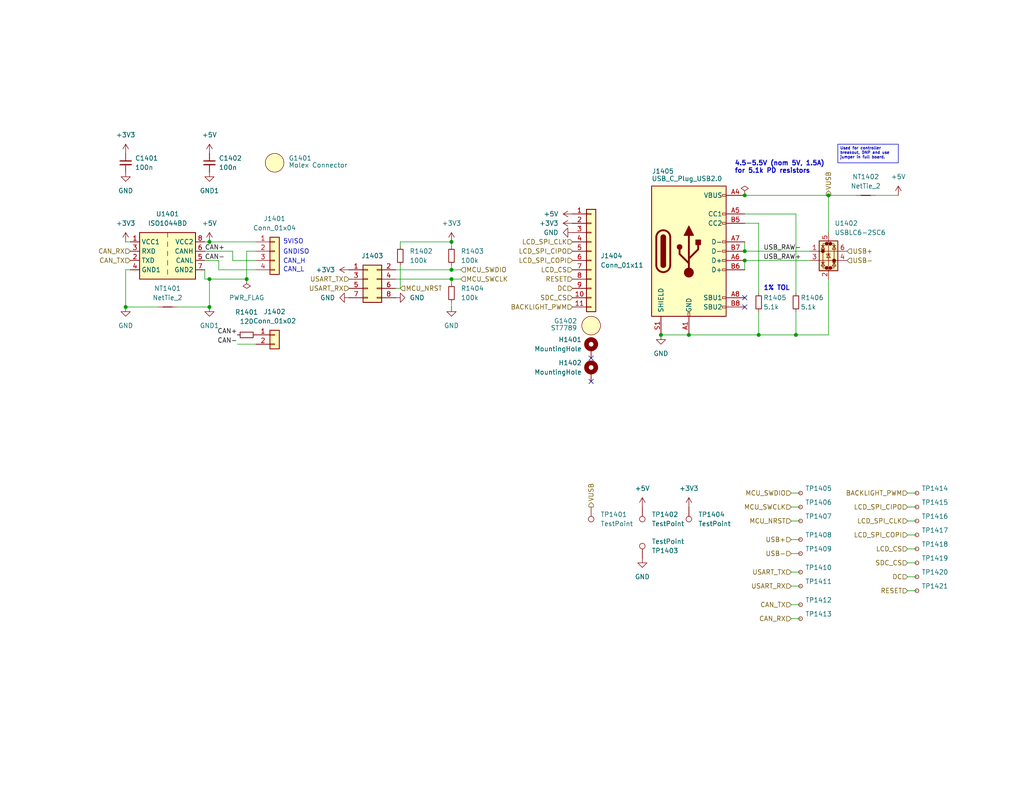
<source format=kicad_sch>
(kicad_sch (version 20231120) (generator "eeschema") (generator_version "8.0")
  (paper "USLetter")
  (title_block (title "Communication Interfaces") (date "2024-08-31") (rev "v0.1.0rc") (comment 1 "Matthew Yu") (comment 2 "Jacob Pustilnik"))
  (lib_symbols
    (symbol "Connector:TestPoint" (pin_numbers hide) (pin_names (offset 0.762) hide)
      (property "Reference" "TP" (at 0 6.858 0))
      (property "Value" "TestPoint" (at 0 5.08 0))
      (symbol "TestPoint_0_1"
        (circle (center 0 3.302) (radius 0.762))
      )
      (symbol "TestPoint_1_1"
        (pin passive line (at 0 0 90) (length 2.54) (name "1") (number "1"))
      )
    )
    (symbol "Connector:TestPoint_Small" (pin_numbers hide) (pin_names (offset 0.762) hide)
      (property "Reference" "TP" (at 0 3.81 0))
      (property "Value" "TestPoint_Small" (at 0 2.032 0))
      (symbol "TestPoint_Small_0_1"
        (circle (center 0 0) (radius 0.508))
      )
      (symbol "TestPoint_Small_1_1"
        (pin passive line (at 0 0 90) (length 0) (name "1") (number "1"))
      )
    )
    (symbol "Connector:USB_C_Receptacle_USB2.0_16P" (pin_names (offset 1.016))
      (property "Reference" "J" (at 0 22.225 0))
      (property "Value" "USB_C_Receptacle_USB2.0_16P" (at 0 19.685 0))
      (symbol "USB_C_Receptacle_USB2.0_16P_0_0"
        (rectangle (start -0.254 -17.78) (end 0.254 -16.764))
        (rectangle (start 10.16 -14.986) (end 9.144 -15.494))
        (rectangle (start 10.16 -12.446) (end 9.144 -12.954))
        (rectangle (start 10.16 -4.826) (end 9.144 -5.334))
        (rectangle (start 10.16 -2.286) (end 9.144 -2.794))
        (rectangle (start 10.16 0.254) (end 9.144 -0.254))
        (rectangle (start 10.16 2.794) (end 9.144 2.286))
        (rectangle (start 10.16 7.874) (end 9.144 7.366))
        (rectangle (start 10.16 10.414) (end 9.144 9.906))
        (rectangle (start 10.16 15.494) (end 9.144 14.986))
      )
      (symbol "USB_C_Receptacle_USB2.0_16P_0_1"
        (rectangle (start -10.16 17.78) (end 10.16 -17.78) (stroke (width 0.254)) (fill (type background)))
        (arc (start -8.89 -3.81) (mid -6.985 -5.7067) (end -5.08 -3.81) (stroke (width 0.508)))
        (arc (start -7.62 -3.81) (mid -6.985 -4.4423) (end -6.35 -3.81) (stroke (width 0.254)))
        (arc (start -7.62 -3.81) (mid -6.985 -4.4423) (end -6.35 -3.81) (stroke (width 0.254)) (fill (type outline)))
        (rectangle (start -7.62 -3.81) (end -6.35 3.81) (stroke (width 0.254)) (fill (type outline)))
        (arc (start -6.35 3.81) (mid -6.985 4.4423) (end -7.62 3.81) (stroke (width 0.254)))
        (arc (start -6.35 3.81) (mid -6.985 4.4423) (end -7.62 3.81) (stroke (width 0.254)) (fill (type outline)))
        (arc (start -5.08 3.81) (mid -6.985 5.7067) (end -8.89 3.81) (stroke (width 0.508)))
        (circle (center -2.54 1.143) (radius 0.635) (stroke (width 0.254)) (fill (type outline)))
        (circle (center 0 -5.842) (radius 1.27) (fill (type outline)))
        (polyline (pts (xy -8.89 -3.81) (xy -8.89 3.81)) (stroke (width 0.508)))
        (polyline (pts (xy -5.08 3.81) (xy -5.08 -3.81)) (stroke (width 0.508)))
        (polyline (pts (xy 0 -5.842) (xy 0 4.318)) (stroke (width 0.508)))
        (polyline (pts (xy 0 -3.302) (xy -2.54 -0.762) (xy -2.54 0.508)) (stroke (width 0.508)))
        (polyline (pts (xy 0 -2.032) (xy 2.54 0.508) (xy 2.54 1.778)) (stroke (width 0.508)))
        (polyline (pts (xy -1.27 4.318) (xy 0 6.858) (xy 1.27 4.318) (xy -1.27 4.318)) (stroke (width 0.254)) (fill (type outline)))
        (rectangle (start 1.905 1.778) (end 3.175 3.048) (stroke (width 0.254)) (fill (type outline)))
      )
      (symbol "USB_C_Receptacle_USB2.0_16P_1_1"
        (pin passive line (at 0 -22.86 90) (length 5.08) (name "GND") (number "A1"))
        (pin passive line (at 0 -22.86 90) (length 5.08) hide (name "GND") (number "A12"))
        (pin passive line (at 15.24 15.24 180) (length 5.08) (name "VBUS") (number "A4"))
        (pin bidirectional line (at 15.24 10.16 180) (length 5.08) (name "CC1") (number "A5"))
        (pin bidirectional line (at 15.24 -2.54 180) (length 5.08) (name "D+") (number "A6"))
        (pin bidirectional line (at 15.24 2.54 180) (length 5.08) (name "D-") (number "A7"))
        (pin bidirectional line (at 15.24 -12.7 180) (length 5.08) (name "SBU1") (number "A8"))
        (pin passive line (at 15.24 15.24 180) (length 5.08) hide (name "VBUS") (number "A9"))
        (pin passive line (at 0 -22.86 90) (length 5.08) hide (name "GND") (number "B1"))
        (pin passive line (at 0 -22.86 90) (length 5.08) hide (name "GND") (number "B12"))
        (pin passive line (at 15.24 15.24 180) (length 5.08) hide (name "VBUS") (number "B4"))
        (pin bidirectional line (at 15.24 7.62 180) (length 5.08) (name "CC2") (number "B5"))
        (pin bidirectional line (at 15.24 -5.08 180) (length 5.08) (name "D+") (number "B6"))
        (pin bidirectional line (at 15.24 0 180) (length 5.08) (name "D-") (number "B7"))
        (pin bidirectional line (at 15.24 -15.24 180) (length 5.08) (name "SBU2") (number "B8"))
        (pin passive line (at 15.24 15.24 180) (length 5.08) hide (name "VBUS") (number "B9"))
        (pin passive line (at -7.62 -22.86 90) (length 5.08) (name "SHIELD") (number "S1"))
      )
    )
    (symbol "Connector_Generic:Conn_01x02" (pin_names (offset 1.016) hide)
      (property "Reference" "J" (at 0 2.54 0))
      (property "Value" "Conn_01x02" (at 0 -5.08 0))
      (symbol "Conn_01x02_1_1"
        (rectangle (start -1.27 -2.413) (end 0 -2.667) (stroke (width 0.1524)))
        (rectangle (start -1.27 0.127) (end 0 -0.127) (stroke (width 0.1524)))
        (rectangle (start -1.27 1.27) (end 1.27 -3.81) (stroke (width 0.254)) (fill (type background)))
        (pin passive line (at -5.08 0 0) (length 3.81) (name "Pin_1") (number "1"))
        (pin passive line (at -5.08 -2.54 0) (length 3.81) (name "Pin_2") (number "2"))
      )
    )
    (symbol "Connector_Generic:Conn_01x04" (pin_names (offset 1.016) hide)
      (property "Reference" "J" (at 0 5.08 0))
      (property "Value" "Conn_01x04" (at 0 -7.62 0))
      (symbol "Conn_01x04_1_1"
        (rectangle (start -1.27 -4.953) (end 0 -5.207) (stroke (width 0.1524)))
        (rectangle (start -1.27 -2.413) (end 0 -2.667) (stroke (width 0.1524)))
        (rectangle (start -1.27 0.127) (end 0 -0.127) (stroke (width 0.1524)))
        (rectangle (start -1.27 2.667) (end 0 2.413) (stroke (width 0.1524)))
        (rectangle (start -1.27 3.81) (end 1.27 -6.35) (stroke (width 0.254)) (fill (type background)))
        (pin passive line (at -5.08 2.54 0) (length 3.81) (name "Pin_1") (number "1"))
        (pin passive line (at -5.08 0 0) (length 3.81) (name "Pin_2") (number "2"))
        (pin passive line (at -5.08 -2.54 0) (length 3.81) (name "Pin_3") (number "3"))
        (pin passive line (at -5.08 -5.08 0) (length 3.81) (name "Pin_4") (number "4"))
      )
    )
    (symbol "Connector_Generic:Conn_01x11" (pin_names (offset 1.016) hide)
      (property "Reference" "J" (at 0 15.24 0))
      (property "Value" "Conn_01x11" (at 0 -15.24 0))
      (symbol "Conn_01x11_1_1"
        (rectangle (start -1.27 -12.573) (end 0 -12.827) (stroke (width 0.1524)))
        (rectangle (start -1.27 -10.033) (end 0 -10.287) (stroke (width 0.1524)))
        (rectangle (start -1.27 -7.493) (end 0 -7.747) (stroke (width 0.1524)))
        (rectangle (start -1.27 -4.953) (end 0 -5.207) (stroke (width 0.1524)))
        (rectangle (start -1.27 -2.413) (end 0 -2.667) (stroke (width 0.1524)))
        (rectangle (start -1.27 0.127) (end 0 -0.127) (stroke (width 0.1524)))
        (rectangle (start -1.27 2.667) (end 0 2.413) (stroke (width 0.1524)))
        (rectangle (start -1.27 5.207) (end 0 4.953) (stroke (width 0.1524)))
        (rectangle (start -1.27 7.747) (end 0 7.493) (stroke (width 0.1524)))
        (rectangle (start -1.27 10.287) (end 0 10.033) (stroke (width 0.1524)))
        (rectangle (start -1.27 12.827) (end 0 12.573) (stroke (width 0.1524)))
        (rectangle (start -1.27 13.97) (end 1.27 -13.97) (stroke (width 0.254)) (fill (type background)))
        (pin passive line (at -5.08 12.7 0) (length 3.81) (name "Pin_1") (number "1"))
        (pin passive line (at -5.08 -10.16 0) (length 3.81) (name "Pin_10") (number "10"))
        (pin passive line (at -5.08 -12.7 0) (length 3.81) (name "Pin_11") (number "11"))
        (pin passive line (at -5.08 10.16 0) (length 3.81) (name "Pin_2") (number "2"))
        (pin passive line (at -5.08 7.62 0) (length 3.81) (name "Pin_3") (number "3"))
        (pin passive line (at -5.08 5.08 0) (length 3.81) (name "Pin_4") (number "4"))
        (pin passive line (at -5.08 2.54 0) (length 3.81) (name "Pin_5") (number "5"))
        (pin passive line (at -5.08 0 0) (length 3.81) (name "Pin_6") (number "6"))
        (pin passive line (at -5.08 -2.54 0) (length 3.81) (name "Pin_7") (number "7"))
        (pin passive line (at -5.08 -5.08 0) (length 3.81) (name "Pin_8") (number "8"))
        (pin passive line (at -5.08 -7.62 0) (length 3.81) (name "Pin_9") (number "9"))
      )
    )
    (symbol "Connector_Generic:Conn_02x04_Odd_Even" (pin_names (offset 1.016) hide)
      (property "Reference" "J" (at 1.27 5.08 0))
      (property "Value" "Conn_02x04_Odd_Even" (at 1.27 -7.62 0))
      (symbol "Conn_02x04_Odd_Even_1_1"
        (rectangle (start -1.27 -4.953) (end 0 -5.207) (stroke (width 0.1524)))
        (rectangle (start -1.27 -2.413) (end 0 -2.667) (stroke (width 0.1524)))
        (rectangle (start -1.27 0.127) (end 0 -0.127) (stroke (width 0.1524)))
        (rectangle (start -1.27 2.667) (end 0 2.413) (stroke (width 0.1524)))
        (rectangle (start -1.27 3.81) (end 3.81 -6.35) (stroke (width 0.254)) (fill (type background)))
        (rectangle (start 3.81 -4.953) (end 2.54 -5.207) (stroke (width 0.1524)))
        (rectangle (start 3.81 -2.413) (end 2.54 -2.667) (stroke (width 0.1524)))
        (rectangle (start 3.81 0.127) (end 2.54 -0.127) (stroke (width 0.1524)))
        (rectangle (start 3.81 2.667) (end 2.54 2.413) (stroke (width 0.1524)))
        (pin passive line (at -5.08 2.54 0) (length 3.81) (name "Pin_1") (number "1"))
        (pin passive line (at 7.62 2.54 180) (length 3.81) (name "Pin_2") (number "2"))
        (pin passive line (at -5.08 0 0) (length 3.81) (name "Pin_3") (number "3"))
        (pin passive line (at 7.62 0 180) (length 3.81) (name "Pin_4") (number "4"))
        (pin passive line (at -5.08 -2.54 0) (length 3.81) (name "Pin_5") (number "5"))
        (pin passive line (at 7.62 -2.54 180) (length 3.81) (name "Pin_6") (number "6"))
        (pin passive line (at -5.08 -5.08 0) (length 3.81) (name "Pin_7") (number "7"))
        (pin passive line (at 7.62 -5.08 180) (length 3.81) (name "Pin_8") (number "8"))
      )
    )
    (symbol "Device:C_Small" (pin_numbers hide) (pin_names (offset 0.254) hide)
      (property "Reference" "C" (at 0.254 1.778 0))
      (property "Value" "C_Small" (at 0.254 -2.032 0))
      (symbol "C_Small_0_1"
        (polyline (pts (xy -1.524 -0.508) (xy 1.524 -0.508)) (stroke (width 0.3302)))
        (polyline (pts (xy -1.524 0.508) (xy 1.524 0.508)) (stroke (width 0.3048)))
      )
      (symbol "C_Small_1_1"
        (pin passive line (at 0 2.54 270) (length 2.032) (name "~") (number "1"))
        (pin passive line (at 0 -2.54 90) (length 2.032) (name "~") (number "2"))
      )
    )
    (symbol "Device:NetTie_2" (pin_numbers hide) (pin_names (offset 0) hide) (in_bom no)
      (property "Reference" "NT" (at 0 1.27 0))
      (property "Value" "NetTie_2" (at 0 -1.27 0))
      (symbol "NetTie_2_0_1"
        (polyline (pts (xy -1.27 0) (xy 1.27 0)) (stroke (width 0.254)))
      )
      (symbol "NetTie_2_1_1"
        (pin passive line (at -2.54 0 0) (length 2.54) (name "1") (number "1"))
        (pin passive line (at 2.54 0 180) (length 2.54) (name "2") (number "2"))
      )
    )
    (symbol "Device:R_Small" (pin_numbers hide) (pin_names (offset 0.254) hide)
      (property "Reference" "R" (at 0.762 0.508 0))
      (property "Value" "R_Small" (at 0.762 -1.016 0))
      (symbol "R_Small_0_1"
        (rectangle (start -0.762 1.778) (end 0.762 -1.778) (stroke (width 0.2032)))
      )
      (symbol "R_Small_1_1"
        (pin passive line (at 0 2.54 270) (length 0.762) (name "~") (number "1"))
        (pin passive line (at 0 -2.54 90) (length 0.762) (name "~") (number "2"))
      )
    )
    (symbol "Interface_CAN_LIN:ISO1044BD"
      (property "Reference" "U" (at -6.35 6.35 0))
      (property "Value" "ISO1044BD" (at 2.54 6.35 0))
      (symbol "ISO1044BD_0_1"
        (rectangle (start -7.62 5.08) (end 7.62 -7.62) (stroke (width 0.254)) (fill (type background)))
        (polyline (pts (xy 0 -5.08) (xy 0 -6.35)))
        (polyline (pts (xy 0 -2.54) (xy 0 -3.81)))
        (polyline (pts (xy 0 0) (xy 0 -1.27)))
        (polyline (pts (xy 0 2.54) (xy 0 1.27)))
        (polyline (pts (xy 0 5.08) (xy 0 3.81)))
      )
      (symbol "ISO1044BD_1_1"
        (pin power_in line (at -10.16 2.54 0) (length 2.54) (name "VCC1") (number "1"))
        (pin input line (at -10.16 -2.54 0) (length 2.54) (name "TXD") (number "2"))
        (pin output line (at -10.16 0 0) (length 2.54) (name "RXD") (number "3"))
        (pin power_in line (at -10.16 -5.08 0) (length 2.54) (name "GND1") (number "4"))
        (pin bidirectional line (at 10.16 -2.54 180) (length 2.54) (name "CANL") (number "5"))
        (pin bidirectional line (at 10.16 0 180) (length 2.54) (name "CANH") (number "6"))
        (pin power_in line (at 10.16 -5.08 180) (length 2.54) (name "GND2") (number "7"))
        (pin power_in line (at 10.16 2.54 180) (length 2.54) (name "VCC2") (number "8"))
      )
    )
    (symbol "Mechanical:MountingHole_Pad" (pin_numbers hide) (pin_names (offset 1.016) hide) (exclude_from_sim yes) (in_bom no)
      (property "Reference" "H" (at 0 6.35 0))
      (property "Value" "MountingHole_Pad" (at 0 4.445 0))
      (symbol "MountingHole_Pad_0_1"
        (circle (center 0 1.27) (radius 1.27) (stroke (width 1.27)))
      )
      (symbol "MountingHole_Pad_1_1"
        (pin input line (at 0 -2.54 90) (length 2.54) (name "1") (number "1"))
      )
    )
    (symbol "Power_Protection:USBLC6-2SC6" (pin_names hide)
      (property "Reference" "U" (at 0.635 5.715 0))
      (property "Value" "USBLC6-2SC6" (at 0.635 3.81 0))
      (symbol "USBLC6-2SC6_0_0"
        (circle (center -1.524 0) (radius 0.0001) (stroke (width 0.508)))
        (circle (center -0.508 -4.572) (radius 0.0001) (stroke (width 0.508)))
        (circle (center -0.508 2.032) (radius 0.0001) (stroke (width 0.508)))
        (circle (center 0.508 -4.572) (radius 0.0001) (stroke (width 0.508)))
        (circle (center 0.508 2.032) (radius 0.0001) (stroke (width 0.508)))
        (circle (center 1.524 -2.54) (radius 0.0001) (stroke (width 0.508)))
      )
      (symbol "USBLC6-2SC6_0_1"
        (polyline (pts (xy -2.54 -2.54) (xy 2.54 -2.54)))
        (polyline (pts (xy -2.54 0) (xy 2.54 0)))
        (polyline (pts (xy -2.032 -3.048) (xy -1.016 -3.048)))
        (polyline (pts (xy -1.016 1.524) (xy -2.032 1.524)))
        (polyline (pts (xy 1.016 -3.048) (xy 2.032 -3.048)))
        (polyline (pts (xy 1.016 1.524) (xy 2.032 1.524)))
        (polyline (pts (xy -0.508 -1.143) (xy -0.508 -0.762) (xy 0.508 -0.762)))
        (polyline (pts (xy -2.032 0.508) (xy -1.016 0.508) (xy -1.524 1.524) (xy -2.032 0.508)))
        (polyline (pts (xy -1.016 -4.064) (xy -2.032 -4.064) (xy -1.524 -3.048) (xy -1.016 -4.064)))
        (polyline (pts (xy 0.508 -1.778) (xy -0.508 -1.778) (xy 0 -0.762) (xy 0.508 -1.778)))
        (polyline (pts (xy 2.032 -4.064) (xy 1.016 -4.064) (xy 1.524 -3.048) (xy 2.032 -4.064)))
        (polyline (pts (xy 2.032 0.508) (xy 1.016 0.508) (xy 1.524 1.524) (xy 2.032 0.508)))
        (polyline (pts (xy 0 2.54) (xy -0.508 2.032) (xy 0.508 2.032) (xy 0 1.524) (xy 0 -4.064) (xy -0.508 -4.572) (xy 0.508 -4.572) (xy 0 -5.08)))
      )
      (symbol "USBLC6-2SC6_1_1"
        (rectangle (start -2.54 2.794) (end 2.54 -5.334) (stroke (width 0.254)) (fill (type background)))
        (polyline (pts (xy -0.508 2.032) (xy -1.524 2.032) (xy -1.524 -4.572) (xy -0.508 -4.572)))
        (polyline (pts (xy 0.508 -4.572) (xy 1.524 -4.572) (xy 1.524 2.032) (xy 0.508 2.032)))
        (pin passive line (at -5.08 0 0) (length 2.54) (name "I/O1") (number "1"))
        (pin passive line (at 0 -7.62 90) (length 2.54) (name "GND") (number "2"))
        (pin passive line (at -5.08 -2.54 0) (length 2.54) (name "I/O2") (number "3"))
        (pin passive line (at 5.08 -2.54 180) (length 2.54) (name "I/O2") (number "4"))
        (pin passive line (at 0 5.08 270) (length 2.54) (name "VBUS") (number "5"))
        (pin passive line (at 5.08 0 180) (length 2.54) (name "I/O1") (number "6"))
      )
    )
    (symbol "generic_symbol:Generic_Symbol" (on_board no)
      (property "Reference" "G" (at 0 0 0))
      (symbol "Generic_Symbol_1_1"
        (circle (center 0 -3.81) (radius 2.54) (fill (type background)))
      )
    )
    (symbol "power:+3V3" (power) (pin_numbers hide) (pin_names (offset 0) hide)
      (property "Value" "+3V3" (at 0 3.556 0))
      (symbol "+3V3_0_1"
        (polyline (pts (xy -0.762 1.27) (xy 0 2.54)))
        (polyline (pts (xy 0 0) (xy 0 2.54)))
        (polyline (pts (xy 0 2.54) (xy 0.762 1.27)))
      )
      (symbol "+3V3_1_1"
        (pin power_in line (at 0 0 90) (length 0) (name "~") (number "1"))
      )
    )
    (symbol "power:+5V" (power) (pin_numbers hide) (pin_names (offset 0) hide)
      (property "Value" "+5V" (at 0 3.556 0))
      (symbol "+5V_0_1"
        (polyline (pts (xy -0.762 1.27) (xy 0 2.54)))
        (polyline (pts (xy 0 0) (xy 0 2.54)))
        (polyline (pts (xy 0 2.54) (xy 0.762 1.27)))
      )
      (symbol "+5V_1_1"
        (pin power_in line (at 0 0 90) (length 0) (name "~") (number "1"))
      )
    )
    (symbol "power:GND" (power) (pin_numbers hide) (pin_names (offset 0) hide)
      (property "Value" "GND" (at 0 -3.81 0))
      (symbol "GND_0_1"
        (polyline (pts (xy 0 0) (xy 0 -1.27) (xy 1.27 -1.27) (xy 0 -2.54) (xy -1.27 -1.27) (xy 0 -1.27)))
      )
      (symbol "GND_1_1"
        (pin power_in line (at 0 0 270) (length 0) (name "~") (number "1"))
      )
    )
    (symbol "power:GND1" (power) (pin_numbers hide) (pin_names (offset 0) hide)
      (property "Value" "GND1" (at 0 -3.81 0))
      (symbol "GND1_0_1"
        (polyline (pts (xy 0 0) (xy 0 -1.27) (xy 1.27 -1.27) (xy 0 -2.54) (xy -1.27 -1.27) (xy 0 -1.27)))
      )
      (symbol "GND1_1_1"
        (pin power_in line (at 0 0 270) (length 0) (name "~") (number "1"))
      )
    )
    (symbol "power:PWR_FLAG" (power) (pin_numbers hide) (pin_names (offset 0) hide)
      (property "Value" "PWR_FLAG" (at 0 3.81 0))
      (symbol "PWR_FLAG_0_0"
        (pin power_out line (at 0 0 90) (length 0) (name "~") (number "1"))
      )
      (symbol "PWR_FLAG_0_1"
        (polyline (pts (xy 0 0) (xy 0 1.27) (xy -1.016 1.905) (xy 0 2.54) (xy 1.016 1.905) (xy 0 1.27)))
      )
    )
  )
  (junction (at 207.01 91.44))
  (junction (at 203.2 68.58))
  (junction (at 217.17 91.44))
  (junction (at 203.2 53.34))
  (junction (at 123.19 73.66))
  (junction (at 34.29 83.82))
  (junction (at 226.06 53.34))
  (junction (at 57.15 66.04))
  (junction (at 57.15 83.82))
  (junction (at 67.31 76.2))
  (junction (at 203.2 71.12))
  (junction (at 180.34 91.44))
  (junction (at 187.96 91.44))
  (junction (at 123.19 76.2))
  (junction (at 57.15 76.2))
  (junction (at 123.19 66.04))
  (no_connect (at 161.29 104.14))
  (no_connect (at 161.29 97.79))
  (no_connect (at 203.2 81.28))
  (no_connect (at 203.2 83.82))
  (wire (pts (xy 217.17 80.01) (xy 217.17 58.42)))
  (wire (pts (xy 109.22 67.31) (xy 109.22 66.04)))
  (wire (pts (xy 67.31 76.2) (xy 67.31 68.58)))
  (wire (pts (xy 187.96 91.44) (xy 207.01 91.44)))
  (wire (pts (xy 34.29 73.66) (xy 35.56 73.66)))
  (wire (pts (xy 215.9 160.02) (xy 218.44 160.02)))
  (wire (pts (xy 215.9 151.13) (xy 218.44 151.13)))
  (wire (pts (xy 203.2 71.12) (xy 203.2 73.66)))
  (wire (pts (xy 215.9 168.91) (xy 218.44 168.91)))
  (wire (pts (xy 238.76 53.34) (xy 245.11 53.34)))
  (wire (pts (xy 59.69 73.66) (xy 59.69 71.12)))
  (wire (pts (xy 203.2 53.34) (xy 226.06 53.34)))
  (wire (pts (xy 123.19 73.66) (xy 107.95 73.66)))
  (wire (pts (xy 123.19 76.2) (xy 125.73 76.2)))
  (wire (pts (xy 69.85 73.66) (xy 59.69 73.66)))
  (wire (pts (xy 215.9 156.21) (xy 218.44 156.21)))
  (wire (pts (xy 247.65 146.05) (xy 250.19 146.05)))
  (wire (pts (xy 125.73 73.66) (xy 123.19 73.66)))
  (wire (pts (xy 34.29 83.82) (xy 43.18 83.82)))
  (wire (pts (xy 215.9 142.24) (xy 218.44 142.24)))
  (wire (pts (xy 247.65 142.24) (xy 250.19 142.24)))
  (wire (pts (xy 48.26 83.82) (xy 57.15 83.82)))
  (wire (pts (xy 67.31 68.58) (xy 69.85 68.58)))
  (wire (pts (xy 217.17 58.42) (xy 203.2 58.42)))
  (wire (pts (xy 247.65 149.86) (xy 250.19 149.86)))
  (wire (pts (xy 226.06 76.2) (xy 226.06 91.44)))
  (wire (pts (xy 55.88 76.2) (xy 57.15 76.2)))
  (wire (pts (xy 107.95 76.2) (xy 123.19 76.2)))
  (wire (pts (xy 180.34 91.44) (xy 187.96 91.44)))
  (wire (pts (xy 34.29 66.04) (xy 35.56 66.04)))
  (wire (pts (xy 203.2 66.04) (xy 203.2 68.58)))
  (wire (pts (xy 55.88 76.2) (xy 55.88 73.66)))
  (wire (pts (xy 215.9 138.43) (xy 218.44 138.43)))
  (wire (pts (xy 247.65 161.29) (xy 250.19 161.29)))
  (wire (pts (xy 215.9 165.1) (xy 218.44 165.1)))
  (wire (pts (xy 207.01 80.01) (xy 207.01 60.96)))
  (wire (pts (xy 203.2 68.58) (xy 220.98 68.58)))
  (wire (pts (xy 55.88 66.04) (xy 57.15 66.04)))
  (wire (pts (xy 247.65 134.62) (xy 250.19 134.62)))
  (wire (pts (xy 63.5 68.58) (xy 63.5 71.12)))
  (wire (pts (xy 63.5 68.58) (xy 55.88 68.58)))
  (wire (pts (xy 226.06 53.34) (xy 233.68 53.34)))
  (wire (pts (xy 123.19 77.47) (xy 123.19 76.2)))
  (wire (pts (xy 247.65 153.67) (xy 250.19 153.67)))
  (wire (pts (xy 226.06 53.34) (xy 226.06 63.5)))
  (wire (pts (xy 207.01 60.96) (xy 203.2 60.96)))
  (wire (pts (xy 217.17 85.09) (xy 217.17 91.44)))
  (wire (pts (xy 107.95 78.74) (xy 109.22 78.74)))
  (wire (pts (xy 207.01 85.09) (xy 207.01 91.44)))
  (wire (pts (xy 247.65 157.48) (xy 250.19 157.48)))
  (wire (pts (xy 215.9 134.62) (xy 218.44 134.62)))
  (wire (pts (xy 63.5 71.12) (xy 69.85 71.12)))
  (wire (pts (xy 217.17 91.44) (xy 226.06 91.44)))
  (wire (pts (xy 34.29 83.82) (xy 34.29 73.66)))
  (wire (pts (xy 57.15 66.04) (xy 69.85 66.04)))
  (wire (pts (xy 123.19 66.04) (xy 123.19 67.31)))
  (wire (pts (xy 109.22 72.39) (xy 109.22 78.74)))
  (wire (pts (xy 123.19 72.39) (xy 123.19 73.66)))
  (wire (pts (xy 215.9 147.32) (xy 218.44 147.32)))
  (wire (pts (xy 64.77 93.98) (xy 69.85 93.98)))
  (wire (pts (xy 109.22 66.04) (xy 123.19 66.04)))
  (wire (pts (xy 203.2 71.12) (xy 220.98 71.12)))
  (wire (pts (xy 57.15 76.2) (xy 57.15 83.82)))
  (wire (pts (xy 57.15 76.2) (xy 67.31 76.2)))
  (wire (pts (xy 247.65 138.43) (xy 250.19 138.43)))
  (wire (pts (xy 59.69 71.12) (xy 55.88 71.12)))
  (wire (pts (xy 123.19 82.55) (xy 123.19 83.82)))
  (wire (pts (xy 207.01 91.44) (xy 217.17 91.44)))
  (text_box "Used for controller breakout, DNP and use jumper in full board." (at 228.6 39.37 0) (size 16.51 5.08) (effects (font (size 0.762 0.762)) (justify left top)))
  (text "1% TOL" (at 208.28 78.74 0) (effects (font (size 1.27 1.27) (bold yes)) (justify left)))
  (text "CAN_H" (at 77.216 71.374 0) (effects (font (size 1.27 1.27)) (justify left)))
  (text "GNDISO" (at 77.216 68.834 0) (effects (font (size 1.27 1.27)) (justify left)))
  (text "4.5-5.5V (nom 5V, 1.5A)\nfor 5.1k PD resistors" (at 200.406 45.72 0) (effects (font (size 1.27 1.27) (bold yes)) (justify left)))
  (text "CAN_L" (at 77.216 73.66 0) (effects (font (size 1.27 1.27)) (justify left)))
  (text "5VISO" (at 77.216 66.04 0) (effects (font (size 1.27 1.27)) (justify left)))
  (label "CAN+" (at 64.77 91.44 180))
  (label "USB_RAW-" (at 208.28 68.58 0))
  (label "USB_RAW+" (at 208.28 71.12 0))
  (label "CAN-" (at 55.88 71.12 0))
  (label "CAN-" (at 64.77 93.98 180))
  (label "CAN+" (at 55.88 68.58 0))
  (hierarchical_label "DC" (shape input) (at 247.65 157.48 180))
  (hierarchical_label "VUSB" (shape output) (at 226.06 53.34 90))
  (hierarchical_label "USART_TX" (shape input) (at 95.25 76.2 180))
  (hierarchical_label "MCU_NRST" (shape input) (at 109.22 78.74 0))
  (hierarchical_label "CAN_TX" (shape input) (at 215.9 165.1 180))
  (hierarchical_label "RESET" (shape input) (at 247.65 161.29 180))
  (hierarchical_label "USART_RX" (shape input) (at 215.9 160.02 180))
  (hierarchical_label "BACKLIGHT_PWM" (shape input) (at 247.65 134.62 180))
  (hierarchical_label "SDC_CS" (shape input) (at 247.65 153.67 180))
  (hierarchical_label "LCD_SPI_COPI" (shape input) (at 247.65 146.05 180))
  (hierarchical_label "CAN_RX" (shape input) (at 215.9 168.91 180))
  (hierarchical_label "USB+" (shape input) (at 215.9 147.32 180))
  (hierarchical_label "MCU_SWDIO" (shape input) (at 215.9 134.62 180))
  (hierarchical_label "MCU_SWCLK" (shape input) (at 215.9 138.43 180))
  (hierarchical_label "USB+" (shape input) (at 231.14 68.58 0))
  (hierarchical_label "LCD_CS" (shape input) (at 156.21 73.66 180))
  (hierarchical_label "SDC_CS" (shape input) (at 156.21 81.28 180))
  (hierarchical_label "MCU_NRST" (shape input) (at 215.9 142.24 180))
  (hierarchical_label "USART_RX" (shape input) (at 95.25 78.74 180))
  (hierarchical_label "LCD_SPI_CIPO" (shape input) (at 156.21 68.58 180))
  (hierarchical_label "DC" (shape input) (at 156.21 78.74 180))
  (hierarchical_label "CAN_RX" (shape input) (at 35.56 68.58 180))
  (hierarchical_label "LCD_SPI_CLK" (shape input) (at 156.21 66.04 180))
  (hierarchical_label "VUSB" (shape output) (at 161.29 138.43 90))
  (hierarchical_label "CAN_TX" (shape input) (at 35.56 71.12 180))
  (hierarchical_label "BACKLIGHT_PWM" (shape input) (at 156.21 83.82 180))
  (hierarchical_label "LCD_CS" (shape input) (at 247.65 149.86 180))
  (hierarchical_label "LCD_SPI_COPI" (shape input) (at 156.21 71.12 180))
  (hierarchical_label "MCU_SWCLK" (shape input) (at 125.73 76.2 0))
  (hierarchical_label "MCU_SWDIO" (shape input) (at 125.73 73.66 0))
  (hierarchical_label "USB-" (shape input) (at 231.14 71.12 0))
  (hierarchical_label "LCD_SPI_CIPO" (shape input) (at 247.65 138.43 180))
  (hierarchical_label "USB-" (shape input) (at 215.9 151.13 180))
  (hierarchical_label "LCD_SPI_CLK" (shape input) (at 247.65 142.24 180))
  (hierarchical_label "RESET" (shape input) (at 156.21 76.2 180))
  (hierarchical_label "USART_TX" (shape input) (at 215.9 156.21 180))
  (symbol (lib_id "Connector_Generic:Conn_02x04_Odd_Even") (at 100.33 76.2 0) (unit 1)
    (property "Reference" "J1403" (at 101.6 69.85 0))
    (property "Value" "Conn_02x04_Odd_Even" (effects (hide yes)))
    (property "Footprint" "Connector_PinHeader_2.54mm:PinHeader_2x04_P2.54mm_Vertical" (effects (hide yes)))
    (property "Description" "Generic connector, double row, 02x04, odd/even pin numbering scheme (row 1 odd numbers, row 2 even numbers), script generated (kicad-library-utils/schlib/autogen/connector/)" (effects (hide yes)))
  )
  (symbol (lib_id "Connector:TestPoint_Small") (at 218.44 168.91 0) (unit 1)
    (property "Reference" "TP1413" (at 219.71 167.6399 0) (effects (justify left)))
    (property "Value" "TestPoint_Small" (effects (hide yes)))
    (property "Footprint" "TestPoint:TestPoint_Pad_D1.0mm" (effects (hide yes)))
    (property "Description" "test point" (effects (hide yes)))
  )
  (symbol (lib_id "Connector:TestPoint_Small") (at 250.19 138.43 0) (unit 1)
    (property "Reference" "TP1415" (at 251.46 137.1599 0) (effects (justify left)))
    (property "Value" "TestPoint_Small" (effects (hide yes)))
    (property "Footprint" "TestPoint:TestPoint_Pad_D1.0mm" (effects (hide yes)))
    (property "Description" "test point" (effects (hide yes)))
  )
  (symbol (lib_id "generic_symbol:Generic_Symbol") (at 74.93 40.64 0) (unit 1)
    (property "Reference" "G1401" (at 78.74 43.18 0) (effects (justify left)))
    (property "Value" "Molex Connector" (at 78.74 45.0851 0) (effects (justify left)))
    (property "Datasheet" "https://www.molex.com/en-us/products/part-detail/436450400?display=pdf" (effects (hide yes)))
    (property "P/N" "43645-0400" (effects (hide yes)))
    (property "Manufacturer" "Molex" (effects (hide yes)))
  )
  (symbol (lib_id "Mechanical:MountingHole_Pad") (at 161.29 101.6 0) (unit 1) (exclude_from_sim yes)
    (property "Reference" "H1402" (at 158.75 99.0599 0) (effects (justify right)))
    (property "Value" "MountingHole" (at 158.75 101.5999 0) (effects (justify right)))
    (property "Footprint" "MountingHole:MountingHole_2.7mm_M2.5_DIN965_Pad_TopBottom" (effects (hide yes)))
    (property "Description" "Mounting Hole with connection" (effects (hide yes)))
  )
  (symbol (lib_id "power:GND1") (at 57.15 46.99 0) (mirror y) (unit 1)
    (property "Reference" "#PWR01406" (effects (hide yes)))
    (property "Value" "GND1" (at 57.15 52.07 0))
    (property "Description" "Power symbol creates a global label with name \"GND1\" , ground" (effects (hide yes)))
  )
  (symbol (lib_id "Connector:TestPoint_Small") (at 218.44 134.62 0) (unit 1)
    (property "Reference" "TP1405" (at 219.71 133.3499 0) (effects (justify left)))
    (property "Value" "TestPoint_Small" (effects (hide yes)))
    (property "Footprint" "TestPoint:TestPoint_Pad_D1.0mm" (effects (hide yes)))
    (property "Description" "test point" (effects (hide yes)))
  )
  (symbol (lib_id "Device:R_Small") (at 207.01 82.55 0) (unit 1)
    (property "Reference" "R1405" (at 208.28 81.28 0) (effects (justify left)))
    (property "Value" "5.1k" (at 208.28 83.82 0) (effects (justify left)))
    (property "Footprint" "Resistor_SMD:R_0603_1608Metric_Pad0.98x0.95mm_HandSolder" (effects (hide yes)))
    (property "Datasheet" "https://www.vishay.com/doc?30332" (effects (hide yes)))
    (property "Description" "Resistor, small symbol" (effects (hide yes)))
    (property "Manufacturer" "Vishay / Dale" (effects (hide yes)))
    (property "P/N" "CRCW06035K10FKEA " (effects (hide yes)))
  )
  (symbol (lib_id "power:GND") (at 34.29 46.99 0) (unit 1)
    (property "Reference" "#PWR01402" (effects (hide yes)))
    (property "Value" "GND" (at 34.29 52.07 0))
    (property "Description" "Power symbol creates a global label with name \"GND\" , ground" (effects (hide yes)))
  )
  (symbol (lib_id "power:GND1") (at 57.15 83.82 0) (mirror y) (unit 1)
    (property "Reference" "#PWR01408" (effects (hide yes)))
    (property "Value" "GND1" (at 57.15 88.9 0))
    (property "Description" "Power symbol creates a global label with name \"GND1\" , ground" (effects (hide yes)))
  )
  (symbol (lib_id "power:+3V3") (at 187.96 138.43 0) (unit 1)
    (property "Reference" "#PWR01420" (effects (hide yes)))
    (property "Value" "+3V3" (at 187.96 133.35 0))
    (property "Description" "Power symbol creates a global label with name \"+3V3\"" (effects (hide yes)))
  )
  (symbol (lib_id "Connector:TestPoint") (at 187.96 138.43 180) (unit 1)
    (property "Reference" "TP1404" (at 190.5 140.4619 0) (effects (justify right)))
    (property "Value" "TestPoint" (at 190.5 143.0019 0) (effects (justify right)))
    (property "Footprint" "TestPoint:TestPoint_Keystone_5000-5004_Miniature" (effects (hide yes)))
    (property "Datasheet" "https://www.keyelco.com/userAssets/file/M65p56.pdf" (effects (hide yes)))
    (property "Description" "test point" (effects (hide yes)))
    (property "Manufacturer" "Keystone Electronics" (effects (hide yes)))
    (property "P/N" "5000" (effects (hide yes)))
  )
  (symbol (lib_id "Device:NetTie_2") (at 236.22 53.34 0) (unit 1)
    (property "Reference" "NT1402" (at 236.22 48.26 0))
    (property "Value" "NetTie_2" (at 236.22 50.8 0))
    (property "Footprint" "NetTie:NetTie-2_SMD_Pad2.0mm" (effects (hide yes)))
    (property "Description" "Net tie, 2 pins" (effects (hide yes)))
  )
  (symbol (lib_id "Connector:TestPoint_Small") (at 218.44 160.02 0) (unit 1)
    (property "Reference" "TP1411" (at 219.71 158.7499 0) (effects (justify left)))
    (property "Value" "TestPoint_Small" (effects (hide yes)))
    (property "Footprint" "TestPoint:TestPoint_Pad_D1.0mm" (effects (hide yes)))
    (property "Description" "test point" (effects (hide yes)))
  )
  (symbol (lib_id "power:+3V3") (at 123.19 66.04 0) (unit 1)
    (property "Reference" "#PWR01412" (effects (hide yes)))
    (property "Value" "+3V3" (at 123.19 60.96 0))
    (property "Description" "Power symbol creates a global label with name \"+3V3\"" (effects (hide yes)))
  )
  (symbol (lib_id "Connector:TestPoint") (at 175.26 152.4 0) (mirror y) (unit 1)
    (property "Reference" "TP1403" (at 177.8 150.3681 0) (effects (justify right)))
    (property "Value" "TestPoint" (at 177.8 147.8281 0) (effects (justify right)))
    (property "Footprint" "TestPoint:TestPoint_Keystone_5000-5004_Miniature" (effects (hide yes)))
    (property "Datasheet" "https://www.keyelco.com/userAssets/file/M65p56.pdf" (effects (hide yes)))
    (property "Description" "test point" (effects (hide yes)))
    (property "Manufacturer" "Keystone Electronics" (effects (hide yes)))
    (property "P/N" "5000" (effects (hide yes)))
  )
  (symbol (lib_id "Device:C_Small") (at 34.29 44.45 0) (unit 1)
    (property "Reference" "C1401" (at 36.83 43.1862 0) (effects (justify left)))
    (property "Value" "100n" (at 36.83 45.7262 0) (effects (justify left)))
    (property "Footprint" "Capacitor_SMD:C_0402_1005Metric_Pad0.74x0.62mm_HandSolder" (effects (hide yes)))
    (property "Datasheet" "https://product.tdk.com/en/search/capacitor/ceramic/mlcc/info?part_no=CGA2B3X7R1H104K050BB" (effects (hide yes)))
    (property "Description" "Unpolarized capacitor, small symbol" (effects (hide yes)))
    (property "Notes" "3.3V Rating" (effects (hide yes)))
    (property "Manufacturer" "TDK" (effects (hide yes)))
    (property "P/N" "CGA2B3X7R1H104K050BB" (effects (hide yes)))
  )
  (symbol (lib_id "Connector:TestPoint_Small") (at 250.19 142.24 0) (unit 1)
    (property "Reference" "TP1416" (at 251.46 140.9699 0) (effects (justify left)))
    (property "Value" "TestPoint_Small" (effects (hide yes)))
    (property "Footprint" "TestPoint:TestPoint_Pad_D1.0mm" (effects (hide yes)))
    (property "Description" "test point" (effects (hide yes)))
  )
  (symbol (lib_id "power:GND") (at 95.25 81.28 270) (mirror x) (unit 1)
    (property "Reference" "#PWR01410" (effects (hide yes)))
    (property "Value" "GND" (at 91.44 81.2799 90) (effects (justify right)))
    (property "Description" "Power symbol creates a global label with name \"GND\" , ground" (effects (hide yes)))
  )
  (symbol (lib_id "Connector:TestPoint_Small") (at 218.44 147.32 0) (unit 1)
    (property "Reference" "TP1408" (at 219.71 146.0499 0) (effects (justify left)))
    (property "Value" "TestPoint_Small" (effects (hide yes)))
    (property "Footprint" "TestPoint:TestPoint_Pad_D1.0mm" (effects (hide yes)))
    (property "Description" "test point" (effects (hide yes)))
  )
  (symbol (lib_id "Connector:TestPoint_Small") (at 250.19 153.67 0) (unit 1)
    (property "Reference" "TP1419" (at 251.46 152.3999 0) (effects (justify left)))
    (property "Value" "TestPoint_Small" (effects (hide yes)))
    (property "Footprint" "TestPoint:TestPoint_Pad_D1.0mm" (effects (hide yes)))
    (property "Description" "test point" (effects (hide yes)))
  )
  (symbol (lib_id "Connector:TestPoint_Small") (at 250.19 146.05 0) (unit 1)
    (property "Reference" "TP1417" (at 251.46 144.7799 0) (effects (justify left)))
    (property "Value" "TestPoint_Small" (effects (hide yes)))
    (property "Footprint" "TestPoint:TestPoint_Pad_D1.0mm" (effects (hide yes)))
    (property "Description" "test point" (effects (hide yes)))
  )
  (symbol (lib_id "Connector:TestPoint") (at 161.29 138.43 180) (unit 1)
    (property "Reference" "TP1401" (at 163.83 140.4619 0) (effects (justify right)))
    (property "Value" "TestPoint" (at 163.83 143.0019 0) (effects (justify right)))
    (property "Footprint" "TestPoint:TestPoint_Keystone_5000-5004_Miniature" (effects (hide yes)))
    (property "Datasheet" "https://www.keyelco.com/userAssets/file/M65p56.pdf" (effects (hide yes)))
    (property "Description" "test point" (effects (hide yes)))
    (property "Manufacturer" "Keystone Electronics" (effects (hide yes)))
    (property "P/N" "5000" (effects (hide yes)))
  )
  (symbol (lib_id "power:GND") (at 107.95 81.28 90) (unit 1)
    (property "Reference" "#PWR01411" (effects (hide yes)))
    (property "Value" "GND" (at 111.76 81.2799 90) (effects (justify right)))
    (property "Description" "Power symbol creates a global label with name \"GND\" , ground" (effects (hide yes)))
  )
  (symbol (lib_id "Connector:TestPoint_Small") (at 250.19 161.29 0) (unit 1)
    (property "Reference" "TP1421" (at 251.46 160.0199 0) (effects (justify left)))
    (property "Value" "TestPoint_Small" (effects (hide yes)))
    (property "Footprint" "TestPoint:TestPoint_Pad_D1.0mm" (effects (hide yes)))
    (property "Description" "test point" (effects (hide yes)))
  )
  (symbol (lib_id "power:+3V3") (at 156.21 60.96 90) (unit 1)
    (property "Reference" "#PWR01415" (effects (hide yes)))
    (property "Value" "+3V3" (at 152.4 60.9599 90) (effects (justify left)))
    (property "Description" "Power symbol creates a global label with name \"+3V3\"" (effects (hide yes)))
  )
  (symbol (lib_id "Device:NetTie_2") (at 45.72 83.82 0) (mirror x) (unit 1)
    (property "Reference" "NT1401" (at 45.72 78.74 0))
    (property "Value" "NetTie_2" (at 45.72 81.28 0))
    (property "Footprint" "NetTie:NetTie-2_SMD_Pad2.0mm" (effects (hide yes)))
    (property "Description" "Net tie, 2 pins" (effects (hide yes)))
  )
  (symbol (lib_id "Connector:TestPoint_Small") (at 218.44 151.13 0) (unit 1)
    (property "Reference" "TP1409" (at 219.71 149.8599 0) (effects (justify left)))
    (property "Value" "TestPoint_Small" (effects (hide yes)))
    (property "Footprint" "TestPoint:TestPoint_Pad_D1.0mm" (effects (hide yes)))
    (property "Description" "test point" (effects (hide yes)))
  )
  (symbol (lib_id "Device:R_Small") (at 67.31 91.44 90) (unit 1)
    (property "Reference" "R1401" (at 67.31 85.2252 90))
    (property "Value" "120" (at 67.31 87.7652 90))
    (property "Footprint" "Resistor_SMD:R_0603_1608Metric_Pad0.98x0.95mm_HandSolder" (effects (hide yes)))
    (property "Datasheet" "https://www.vishay.com/doc?30332" (effects (hide yes)))
    (property "Description" "Resistor, small symbol" (effects (hide yes)))
    (property "Manufacturer" "Vishay / Dale" (effects (hide yes)))
    (property "P/N" "CRCW0603120RFKEA " (effects (hide yes)))
  )
  (symbol (lib_id "Device:R_Small") (at 109.22 69.85 0) (unit 1)
    (property "Reference" "R1402" (at 111.76 68.5799 0) (effects (justify left)))
    (property "Value" "100k" (at 111.76 71.1199 0) (effects (justify left)))
    (property "Footprint" "Resistor_SMD:R_0603_1608Metric_Pad0.98x0.95mm_HandSolder" (effects (hide yes)))
    (property "Datasheet" "https://www.vishay.com/docs/20035/dcrcwe3.pdf" (effects (hide yes)))
    (property "Description" "Resistor, small symbol" (effects (hide yes)))
    (property "Manufacturer" "Vishay / Dale" (effects (hide yes)))
    (property "P/N" "CRCW0603100KFKEA " (effects (hide yes)))
  )
  (symbol (lib_id "power:PWR_FLAG") (at 203.2 53.34 0) (unit 1)
    (property "Reference" "#FLG01402" (effects (hide yes)))
    (property "Value" "PWR_FLAG" (effects (hide yes)))
    (property "Description" "Special symbol for telling ERC where power comes from" (effects (hide yes)))
  )
  (symbol (lib_id "power:+5V") (at 156.21 58.42 90) (unit 1)
    (property "Reference" "#PWR01414" (effects (hide yes)))
    (property "Value" "+5V" (at 152.4 58.4199 90) (effects (justify left)))
    (property "Description" "Power symbol creates a global label with name \"+5V\"" (effects (hide yes)))
  )
  (symbol (lib_id "Device:R_Small") (at 217.17 82.55 0) (unit 1)
    (property "Reference" "R1406" (at 218.44 81.28 0) (effects (justify left)))
    (property "Value" "5.1k" (at 218.44 83.82 0) (effects (justify left)))
    (property "Footprint" "Resistor_SMD:R_0603_1608Metric_Pad0.98x0.95mm_HandSolder" (effects (hide yes)))
    (property "Datasheet" "https://www.vishay.com/doc?30332" (effects (hide yes)))
    (property "Description" "Resistor, small symbol" (effects (hide yes)))
    (property "Manufacturer" "Vishay / Dale" (effects (hide yes)))
    (property "P/N" "CRCW06035K10FKEA " (effects (hide yes)))
  )
  (symbol (lib_id "power:+5V") (at 57.15 66.04 0) (unit 1)
    (property "Reference" "#PWR01407" (effects (hide yes)))
    (property "Value" "+5V" (at 57.15 60.96 0))
    (property "Description" "Power symbol creates a global label with name \"+5V\"" (effects (hide yes)))
  )
  (symbol (lib_id "Connector:TestPoint_Small") (at 250.19 149.86 0) (unit 1)
    (property "Reference" "TP1418" (at 251.46 148.5899 0) (effects (justify left)))
    (property "Value" "TestPoint_Small" (effects (hide yes)))
    (property "Footprint" "TestPoint:TestPoint_Pad_D1.0mm" (effects (hide yes)))
    (property "Description" "test point" (effects (hide yes)))
  )
  (symbol (lib_id "power:+3V3") (at 95.25 73.66 90) (mirror x) (unit 1)
    (property "Reference" "#PWR01409" (effects (hide yes)))
    (property "Value" "+3V3" (at 91.44 73.6599 90) (effects (justify left)))
    (property "Description" "Power symbol creates a global label with name \"+3V3\"" (effects (hide yes)))
  )
  (symbol (lib_id "power:+3V3") (at 34.29 66.04 0) (unit 1)
    (property "Reference" "#PWR01403" (effects (hide yes)))
    (property "Value" "+3V3" (at 34.29 60.96 0))
    (property "Description" "Power symbol creates a global label with name \"+3V3\"" (effects (hide yes)))
  )
  (symbol (lib_id "Connector_Generic:Conn_01x02") (at 74.93 91.44 0) (unit 1)
    (property "Reference" "J1402" (at 74.93 85.09 0))
    (property "Value" "Conn_01x02" (at 74.93 87.63 0))
    (property "Footprint" "Connector_PinHeader_2.54mm:PinHeader_1x02_P2.54mm_Vertical" (effects (hide yes)))
    (property "Datasheet" "https://www.molex.com/en-us/products/part-detail/436500215?display=pdf" (effects (hide yes)))
    (property "Description" "Generic connector, single row, 01x02, script generated (kicad-library-utils/schlib/autogen/connector/)" (effects (hide yes)))
    (property "Manufacturer" "Molex" (effects (hide yes)))
    (property "P/N" " 43650-0215 " (effects (hide yes)))
  )
  (symbol (lib_id "Connector:TestPoint_Small") (at 218.44 156.21 0) (unit 1)
    (property "Reference" "TP1410" (at 219.71 154.9399 0) (effects (justify left)))
    (property "Value" "TestPoint_Small" (effects (hide yes)))
    (property "Footprint" "TestPoint:TestPoint_Pad_D1.0mm" (effects (hide yes)))
    (property "Description" "test point" (effects (hide yes)))
  )
  (symbol (lib_id "power:+5V") (at 57.15 41.91 0) (unit 1)
    (property "Reference" "#PWR01405" (effects (hide yes)))
    (property "Value" "+5V" (at 57.15 36.83 0))
    (property "Description" "Power symbol creates a global label with name \"+5V\"" (effects (hide yes)))
  )
  (symbol (lib_id "Device:C_Small") (at 57.15 44.45 0) (unit 1)
    (property "Reference" "C1402" (at 59.69 43.1862 0) (effects (justify left)))
    (property "Value" "100n" (at 59.69 45.7262 0) (effects (justify left)))
    (property "Footprint" "Capacitor_SMD:C_0402_1005Metric_Pad0.74x0.62mm_HandSolder" (effects (hide yes)))
    (property "Datasheet" "https://product.tdk.com/en/search/capacitor/ceramic/mlcc/info?part_no=CGA2B3X7R1H104K050BB" (effects (hide yes)))
    (property "Description" "Unpolarized capacitor, small symbol" (effects (hide yes)))
    (property "Notes" "5.0V Rating" (effects (hide yes)))
    (property "Manufacturer" "TDK" (effects (hide yes)))
    (property "P/N" "CGA2B3X7R1H104K050BB" (effects (hide yes)))
  )
  (symbol (lib_id "power:PWR_FLAG") (at 67.31 76.2 180) (unit 1)
    (property "Reference" "#FLG01401" (effects (hide yes)))
    (property "Value" "PWR_FLAG" (at 67.31 81.28 0))
    (property "Description" "Special symbol for telling ERC where power comes from" (effects (hide yes)))
  )
  (symbol (lib_id "power:GND") (at 175.26 152.4 0) (unit 1)
    (property "Reference" "#PWR01418" (effects (hide yes)))
    (property "Value" "GND" (at 175.26 157.48 0))
    (property "Description" "Power symbol creates a global label with name \"GND\" , ground" (effects (hide yes)))
  )
  (symbol (lib_id "Device:R_Small") (at 123.19 80.01 180) (unit 1)
    (property "Reference" "R1404" (at 125.73 78.7399 0) (effects (justify right)))
    (property "Value" "100k" (at 125.73 81.2799 0) (effects (justify right)))
    (property "Footprint" "Resistor_SMD:R_0603_1608Metric_Pad0.98x0.95mm_HandSolder" (effects (hide yes)))
    (property "Datasheet" "https://www.vishay.com/docs/20035/dcrcwe3.pdf" (effects (hide yes)))
    (property "Description" "Resistor, small symbol" (effects (hide yes)))
    (property "Manufacturer" "Vishay / Dale" (effects (hide yes)))
    (property "P/N" "CRCW0603100KFKEA " (effects (hide yes)))
  )
  (symbol (lib_id "power:+3V3") (at 34.29 41.91 0) (unit 1)
    (property "Reference" "#PWR01401" (effects (hide yes)))
    (property "Value" "+3V3" (at 34.29 36.83 0))
    (property "Description" "Power symbol creates a global label with name \"+3V3\"" (effects (hide yes)))
  )
  (symbol (lib_id "Connector:TestPoint_Small") (at 218.44 142.24 0) (unit 1)
    (property "Reference" "TP1407" (at 219.71 140.9699 0) (effects (justify left)))
    (property "Value" "TestPoint_Small" (effects (hide yes)))
    (property "Footprint" "TestPoint:TestPoint_Pad_D1.0mm" (effects (hide yes)))
    (property "Description" "test point" (effects (hide yes)))
  )
  (symbol (lib_id "power:+5V") (at 245.11 53.34 0) (unit 1)
    (property "Reference" "#PWR01421" (effects (hide yes)))
    (property "Value" "+5V" (at 245.11 48.26 0))
    (property "Description" "Power symbol creates a global label with name \"+5V\"" (effects (hide yes)))
  )
  (symbol (lib_id "generic_symbol:Generic_Symbol") (at 161.29 85.09 0) (mirror y) (unit 1)
    (property "Reference" "G1402" (at 157.48 87.63 0) (effects (justify left)))
    (property "Value" "ST7789" (at 157.48 89.5351 0) (effects (justify left)))
    (property "Datasheet" "https://www.adafruit.com/product/4383" (effects (hide yes)))
    (property "Description" "Adafruit 1.14\" 240x135 Color TFT Display + MicroSD Card Breakout" (effects (hide yes)))
    (property "Manufacturer" "Adafruit" (effects (hide yes)))
    (property "P/N" "4383" (effects (hide yes)))
  )
  (symbol (lib_id "power:GND") (at 156.21 63.5 270) (unit 1)
    (property "Reference" "#PWR01416" (effects (hide yes)))
    (property "Value" "GND" (at 152.4 63.4999 90) (effects (justify right)))
    (property "Description" "Power symbol creates a global label with name \"GND\" , ground" (effects (hide yes)))
  )
  (symbol (lib_id "power:GND") (at 180.34 91.44 0) (unit 1)
    (property "Reference" "#PWR01419" (effects (hide yes)))
    (property "Value" "GND" (at 180.34 96.52 0))
    (property "Description" "Power symbol creates a global label with name \"GND\" , ground" (effects (hide yes)))
  )
  (symbol (lib_id "Power_Protection:USBLC6-2SC6") (at 226.06 68.58 0) (unit 1)
    (property "Reference" "U1402" (at 227.7111 60.96 0) (effects (justify left)))
    (property "Value" "USBLC6-2SC6" (at 227.7111 63.5 0) (effects (justify left)))
    (property "Footprint" "Package_TO_SOT_SMD:SOT-23-6" (effects (hide yes)))
    (property "Datasheet" "https://www.st.com/resource/en/datasheet/usblc6-2.pdf" (effects (hide yes)))
    (property "Description" "Very low capacitance ESD protection diode, 2 data-line, SOT-23-6" (effects (hide yes)))
    (property "Manufacturer" "STMicroelectronics" (effects (hide yes)))
    (property "P/N" " USBLC6-2SC6 " (effects (hide yes)))
  )
  (symbol (lib_id "Interface_CAN_LIN:ISO1044BD") (at 45.72 68.58 0) (unit 1)
    (property "Reference" "U1401" (at 45.72 58.42 0))
    (property "Value" "ISO1044BD" (at 45.72 60.96 0))
    (property "Footprint" "Package_SO:SOIC-8_3.9x4.9mm_P1.27mm" (effects (hide yes)))
    (property "Datasheet" "https://www.ti.com/lit/ds/symlink/iso1044.pdf" (effects (hide yes)))
    (property "Description" "Isolated CAN FD Transceiver, SOIC-8" (effects (hide yes)))
    (property "Manufacturer" "Texas Instruments" (effects (hide yes)))
    (property "P/N" "ISO1044BDR" (effects (hide yes)))
  )
  (symbol (lib_id "Connector:TestPoint") (at 175.26 138.43 180) (unit 1)
    (property "Reference" "TP1402" (at 177.8 140.4619 0) (effects (justify right)))
    (property "Value" "TestPoint" (at 177.8 143.0019 0) (effects (justify right)))
    (property "Footprint" "TestPoint:TestPoint_Keystone_5000-5004_Miniature" (effects (hide yes)))
    (property "Datasheet" "https://www.keyelco.com/userAssets/file/M65p56.pdf" (effects (hide yes)))
    (property "Description" "test point" (effects (hide yes)))
    (property "Manufacturer" "Keystone Electronics" (effects (hide yes)))
    (property "P/N" "5000" (effects (hide yes)))
  )
  (symbol (lib_id "Connector_Generic:Conn_01x11") (at 161.29 71.12 0) (unit 1)
    (property "Reference" "J1404" (at 163.83 69.8499 0) (effects (justify left)))
    (property "Value" "Conn_01x11" (at 163.83 72.3899 0) (effects (justify left)))
    (property "Footprint" "Connector_PinHeader_2.54mm:PinHeader_1x11_P2.54mm_Vertical" (effects (hide yes)))
    (property "Description" "Generic connector, single row, 01x11, script generated (kicad-library-utils/schlib/autogen/connector/)" (effects (hide yes)))
  )
  (symbol (lib_id "Connector:TestPoint_Small") (at 250.19 134.62 0) (unit 1)
    (property "Reference" "TP1414" (at 251.46 133.3499 0) (effects (justify left)))
    (property "Value" "TestPoint_Small" (effects (hide yes)))
    (property "Footprint" "TestPoint:TestPoint_Pad_D1.0mm" (effects (hide yes)))
    (property "Description" "test point" (effects (hide yes)))
  )
  (symbol (lib_id "Connector:TestPoint_Small") (at 218.44 138.43 0) (unit 1)
    (property "Reference" "TP1406" (at 219.71 137.1599 0) (effects (justify left)))
    (property "Value" "TestPoint_Small" (effects (hide yes)))
    (property "Footprint" "TestPoint:TestPoint_Pad_D1.0mm" (effects (hide yes)))
    (property "Description" "test point" (effects (hide yes)))
  )
  (symbol (lib_id "power:+5V") (at 175.26 138.43 0) (unit 1)
    (property "Reference" "#PWR01417" (effects (hide yes)))
    (property "Value" "+5V" (at 175.26 133.35 0))
    (property "Description" "Power symbol creates a global label with name \"+5V\"" (effects (hide yes)))
  )
  (symbol (lib_id "Connector_Generic:Conn_01x04") (at 74.93 68.58 0) (unit 1)
    (property "Reference" "J1401" (at 74.93 59.69 0))
    (property "Value" "Conn_01x04" (at 74.93 62.23 0))
    (property "Footprint" "Connector_Molex:Molex_Micro-Fit_3.0_43650-0415_1x04_P3.00mm_Vertical" (effects (hide yes)))
    (property "Datasheet" "https://www.molex.com/en-us/products/part-detail/436500415?display=pdf" (effects (hide yes)))
    (property "Description" "Generic connector, single row, 01x04, script generated (kicad-library-utils/schlib/autogen/connector/)" (effects (hide yes)))
    (property "Manufacturer" "Molex" (effects (hide yes)))
    (property "P/N" " 43650-0415 " (effects (hide yes)))
  )
  (symbol (lib_id "power:GND") (at 34.29 83.82 0) (unit 1)
    (property "Reference" "#PWR01404" (effects (hide yes)))
    (property "Value" "GND" (at 34.29 88.9 0))
    (property "Description" "Power symbol creates a global label with name \"GND\" , ground" (effects (hide yes)))
  )
  (symbol (lib_id "Device:R_Small") (at 123.19 69.85 0) (unit 1)
    (property "Reference" "R1403" (at 125.73 68.5799 0) (effects (justify left)))
    (property "Value" "100k" (at 125.73 71.1199 0) (effects (justify left)))
    (property "Footprint" "Resistor_SMD:R_0603_1608Metric_Pad0.98x0.95mm_HandSolder" (effects (hide yes)))
    (property "Datasheet" "https://www.vishay.com/docs/20035/dcrcwe3.pdf" (effects (hide yes)))
    (property "Description" "Resistor, small symbol" (effects (hide yes)))
    (property "Manufacturer" "Vishay / Dale" (effects (hide yes)))
    (property "P/N" "CRCW0603100KFKEA " (effects (hide yes)))
  )
  (symbol (lib_id "power:GND") (at 123.19 83.82 0) (unit 1)
    (property "Reference" "#PWR01413" (effects (hide yes)))
    (property "Value" "GND" (at 123.19 88.9 0))
    (property "Description" "Power symbol creates a global label with name \"GND\" , ground" (effects (hide yes)))
  )
  (symbol (lib_id "Connector:TestPoint_Small") (at 250.19 157.48 0) (unit 1)
    (property "Reference" "TP1420" (at 251.46 156.2099 0) (effects (justify left)))
    (property "Value" "TestPoint_Small" (effects (hide yes)))
    (property "Footprint" "TestPoint:TestPoint_Pad_D1.0mm" (effects (hide yes)))
    (property "Description" "test point" (effects (hide yes)))
  )
  (symbol (lib_id "Mechanical:MountingHole_Pad") (at 161.29 95.25 0) (unit 1) (exclude_from_sim yes)
    (property "Reference" "H1401" (at 158.75 92.7099 0) (effects (justify right)))
    (property "Value" "MountingHole" (at 158.75 95.2499 0) (effects (justify right)))
    (property "Footprint" "MountingHole:MountingHole_2.7mm_M2.5_DIN965_Pad_TopBottom" (effects (hide yes)))
    (property "Description" "Mounting Hole with connection" (effects (hide yes)))
  )
  (symbol (lib_id "Connector:USB_C_Receptacle_USB2.0_16P") (at 187.96 68.58 0) (unit 1)
    (property "Reference" "J1405" (at 183.896 46.736 0) (effects (justify right)))
    (property "Value" "USB_C_Plug_USB2.0" (at 177.8 48.768 0) (effects (justify left)))
    (property "Footprint" "Connector_USB:USB_C_Receptacle_GCT_USB4105-xx-A_16P_TopMnt_Horizontal" (effects (hide yes)))
    (property "Datasheet" "https://gct.co/files/drawings/usb4105.pdf" (effects (hide yes)))
    (property "Description" "USB 2.0-only 16P Type-C Receptacle connector" (effects (hide yes)))
    (property "Manufacturer" "GCT" (effects (hide yes)))
    (property "P/N" "USB4105-GF-A" (effects (hide yes)))
  )
  (symbol (lib_id "Connector:TestPoint_Small") (at 218.44 165.1 0) (unit 1)
    (property "Reference" "TP1412" (at 219.71 163.8299 0) (effects (justify left)))
    (property "Value" "TestPoint_Small" (effects (hide yes)))
    (property "Footprint" "TestPoint:TestPoint_Pad_D1.0mm" (effects (hide yes)))
    (property "Description" "test point" (effects (hide yes)))
  )
)
</source>
